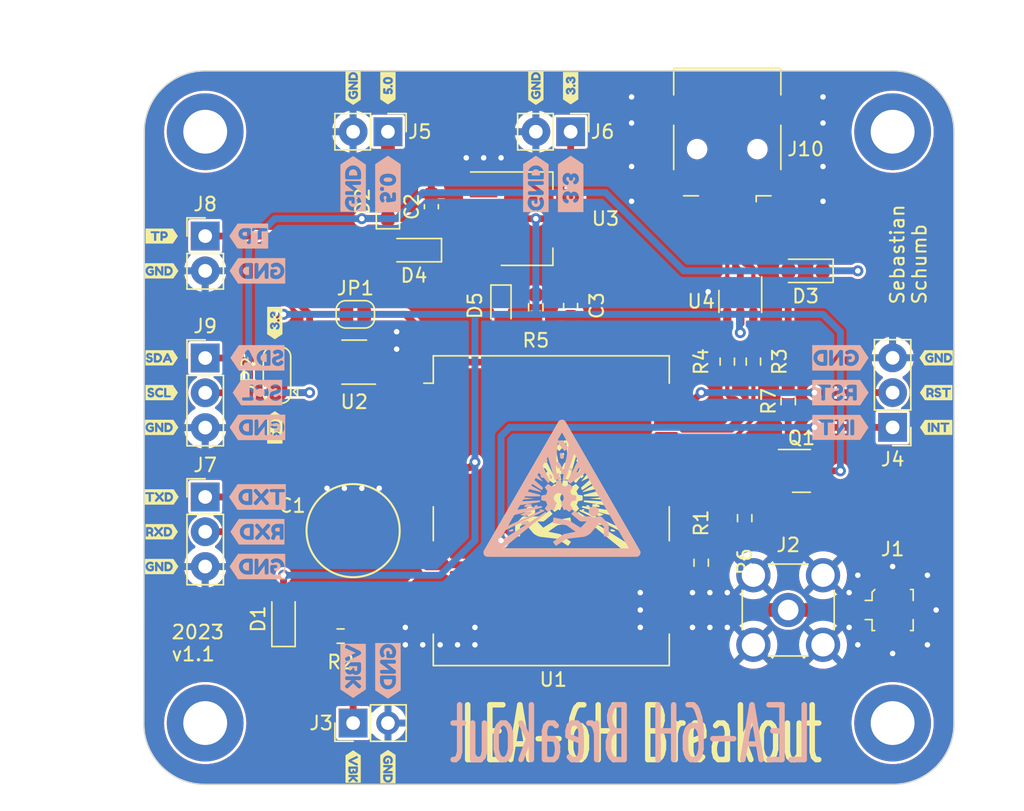
<source format=kicad_pcb>
(kicad_pcb (version 20221018) (generator pcbnew)

  (general
    (thickness 1.6)
  )

  (paper "A4")
  (layers
    (0 "F.Cu" signal)
    (31 "B.Cu" signal)
    (32 "B.Adhes" user "B.Adhesive")
    (33 "F.Adhes" user "F.Adhesive")
    (34 "B.Paste" user)
    (35 "F.Paste" user)
    (36 "B.SilkS" user "B.Silkscreen")
    (37 "F.SilkS" user "F.Silkscreen")
    (38 "B.Mask" user)
    (39 "F.Mask" user)
    (40 "Dwgs.User" user "User.Drawings")
    (41 "Cmts.User" user "User.Comments")
    (42 "Eco1.User" user "User.Eco1")
    (43 "Eco2.User" user "User.Eco2")
    (44 "Edge.Cuts" user)
    (45 "Margin" user)
    (46 "B.CrtYd" user "B.Courtyard")
    (47 "F.CrtYd" user "F.Courtyard")
    (48 "B.Fab" user)
    (49 "F.Fab" user)
    (50 "User.1" user)
    (51 "User.2" user)
    (52 "User.3" user)
    (53 "User.4" user)
    (54 "User.5" user)
    (55 "User.6" user)
    (56 "User.7" user)
    (57 "User.8" user)
    (58 "User.9" user)
  )

  (setup
    (stackup
      (layer "F.SilkS" (type "Top Silk Screen"))
      (layer "F.Paste" (type "Top Solder Paste"))
      (layer "F.Mask" (type "Top Solder Mask") (thickness 0.01))
      (layer "F.Cu" (type "copper") (thickness 0.035))
      (layer "dielectric 1" (type "core") (thickness 1.51) (material "FR4") (epsilon_r 4.5) (loss_tangent 0.02))
      (layer "B.Cu" (type "copper") (thickness 0.035))
      (layer "B.Mask" (type "Bottom Solder Mask") (thickness 0.01))
      (layer "B.Paste" (type "Bottom Solder Paste"))
      (layer "B.SilkS" (type "Bottom Silk Screen"))
      (copper_finish "None")
      (dielectric_constraints no)
    )
    (pad_to_mask_clearance 0)
    (pcbplotparams
      (layerselection 0x00010fc_ffffffff)
      (plot_on_all_layers_selection 0x0000000_00000000)
      (disableapertmacros false)
      (usegerberextensions false)
      (usegerberattributes true)
      (usegerberadvancedattributes true)
      (creategerberjobfile true)
      (dashed_line_dash_ratio 12.000000)
      (dashed_line_gap_ratio 3.000000)
      (svgprecision 4)
      (plotframeref false)
      (viasonmask false)
      (mode 1)
      (useauxorigin false)
      (hpglpennumber 1)
      (hpglpenspeed 20)
      (hpglpendiameter 15.000000)
      (dxfpolygonmode true)
      (dxfimperialunits true)
      (dxfusepcbnewfont true)
      (psnegative false)
      (psa4output false)
      (plotreference true)
      (plotvalue true)
      (plotinvisibletext false)
      (sketchpadsonfab false)
      (subtractmaskfromsilk false)
      (outputformat 1)
      (mirror false)
      (drillshape 0)
      (scaleselection 1)
      (outputdirectory "gerbers/")
    )
  )

  (net 0 "")
  (net 1 "GND")
  (net 2 "+3.3V")
  (net 3 "+5V")
  (net 4 "Net-(D5-A)")
  (net 5 "Net-(J8-Pin_1)")
  (net 6 "Net-(J3-Pin_1)")
  (net 7 "Net-(D1-K)")
  (net 8 "Net-(J9-Pin_1)")
  (net 9 "Net-(J4-Pin_1)")
  (net 10 "Net-(J4-Pin_2)")
  (net 11 "Net-(J9-Pin_2)")
  (net 12 "Net-(J10-D-)")
  (net 13 "Net-(J10-D+)")
  (net 14 "Net-(J7-Pin_1)")
  (net 15 "Net-(J7-Pin_2)")
  (net 16 "VBUS")
  (net 17 "unconnected-(J10-ID-Pad4)")
  (net 18 "Net-(JP1-A)")
  (net 19 "Net-(JP2-C)")
  (net 20 "Net-(Q1-B)")
  (net 21 "VDDUSB")
  (net 22 "Net-(U1-V_ANT)")
  (net 23 "Net-(U1-VCC_RF)")
  (net 24 "USB_DP")
  (net 25 "USB_DM")
  (net 26 "Net-(R3-Pad1)")
  (net 27 "unconnected-(U1-NC-Pad5)")
  (net 28 "unconnected-(U1-VCC_OUT-Pad8)")
  (net 29 "unconnected-(U1-NC-Pad9)")
  (net 30 "unconnected-(U1-Reserved-Pad12)")
  (net 31 "Net-(J1-In)")
  (net 32 "unconnected-(U1-AADET_N-Pad20)")
  (net 33 "unconnected-(U1-Reserved-Pad21)")
  (net 34 "unconnected-(U1-Reserved-Pad22)")
  (net 35 "unconnected-(U1-Reserved-Pad23)")
  (net 36 "unconnected-(U2-NC-Pad1)")
  (net 37 "5V_IN")
  (net 38 "Net-(R4-Pad2)")
  (net 39 "unconnected-(H1-Pad1)")
  (net 40 "unconnected-(H2-Pad1)")
  (net 41 "unconnected-(H3-Pad1)")
  (net 42 "unconnected-(H4-Pad1)")

  (footprint "Connector_PinHeader_2.54mm:PinHeader_1x03_P2.54mm_Vertical" (layer "F.Cu") (at 86.995 115.57))

  (footprint "Connector_PinHeader_2.54mm:PinHeader_1x03_P2.54mm_Vertical" (layer "F.Cu") (at 86.995 105.425))

  (footprint "Jumper:SolderJumper-2_P1.3mm_Open_RoundedPad1.0x1.5mm" (layer "F.Cu") (at 97.95 102.235 180))

  (footprint "Package_TO_SOT_SMD:SOT-23-5_HandSoldering" (layer "F.Cu") (at 97.87 105.725 180))

  (footprint "kibuzzard-646CFA10" (layer "F.Cu") (at 97.79 85.725 90))

  (footprint "RF_GPS:ublox_LEA" (layer "F.Cu") (at 112.25 116.425))

  (footprint "Connector_PinHeader_2.54mm:PinHeader_1x03_P2.54mm_Vertical" (layer "F.Cu") (at 137.16 110.49 180))

  (footprint "kibuzzard-646CFA3A" (layer "F.Cu") (at 140.335 110.49))

  (footprint "Resistor_SMD:R_0603_1608Metric_Pad0.98x0.95mm_HandSolder" (layer "F.Cu") (at 126.365 117.1175 90))

  (footprint "Resistor_SMD:R_0603_1608Metric_Pad0.98x0.95mm_HandSolder" (layer "F.Cu") (at 127 105.6875 90))

  (footprint "Connector_PinHeader_2.54mm:PinHeader_1x02_P2.54mm_Vertical" (layer "F.Cu") (at 113.665 88.9 -90))

  (footprint "Diode_SMD:D_SOD-323_HandSoldering" (layer "F.Cu") (at 92.71 124.48 90))

  (footprint "Resistor_SMD:R_0603_1608Metric_Pad0.98x0.95mm_HandSolder" (layer "F.Cu") (at 123.19 120.3725 -90))

  (footprint "Diode_SMD:D_SOD-323_HandSoldering" (layer "F.Cu") (at 130.81 99.06 180))

  (footprint "kibuzzard-646CF8B3" (layer "F.Cu") (at 100.33 135.255 -90))

  (footprint "Connector_PinHeader_2.54mm:PinHeader_1x02_P2.54mm_Vertical" (layer "F.Cu") (at 86.995 96.52))

  (footprint "MountingHole:MountingHole_3.2mm_M3_DIN965_Pad_TopBottom" (layer "F.Cu") (at 137.16 88.9))

  (footprint "DMS3R3224RF:DMS3R3224RF" (layer "F.Cu") (at 97.79 118.03 180))

  (footprint "kibuzzard-646CF980" (layer "F.Cu") (at 83.82 96.52))

  (footprint "Resistor_SMD:R_0603_1608Metric_Pad0.98x0.95mm_HandSolder" (layer "F.Cu") (at 129.54 108.585 90))

  (footprint "Connector_Coaxial:U.FL_Molex_MCRF_73412-0110_Vertical" (layer "F.Cu") (at 137.16 123.825 -90))

  (footprint "Package_TO_SOT_SMD:SOT-23" (layer "F.Cu") (at 130.5075 113.665))

  (footprint "kibuzzard-646CF8C7" (layer "F.Cu") (at 83.82 99.06))

  (footprint "MountingHole:MountingHole_3.2mm_M3_DIN965_Pad_TopBottom" (layer "F.Cu") (at 86.995 132.08))

  (footprint "kibuzzard-646CFA30" (layer "F.Cu") (at 140.335 107.95))

  (footprint "kibuzzard-646CFDA4" (layer "F.Cu") (at 92.075 110.49 90))

  (footprint "kibuzzard-646CFA76" (layer "F.Cu") (at 100.33 85.725 90))

  (footprint "kibuzzard-646CFA10" (layer "F.Cu") (at 111.125 85.725 90))

  (footprint "Connector_PinHeader_2.54mm:PinHeader_1x02_P2.54mm_Vertical" (layer "F.Cu") (at 97.79 132.08 90))

  (footprint "kibuzzard-646CF9C9" (layer "F.Cu") (at 83.82 107.95))

  (footprint "Connector_Coaxial:SMA_Amphenol_901-144_Vertical" (layer "F.Cu") (at 129.54 123.825))

  (footprint "MountingHole:MountingHole_3.2mm_M3_DIN965_Pad_TopBottom" (layer "F.Cu") (at 86.995 88.9))

  (footprint "Package_TO_SOT_SMD:SOT-23-6" (layer "F.Cu") (at 126.045 101.29 -90))

  (footprint "kibuzzard-646CF903" (layer "F.Cu") (at 83.82 118.11))

  (footprint "kibuzzard-646CF8C7" (layer "F.Cu") (at 83.82 110.49))

  (footprint "Resistor_SMD:R_0603_1608Metric_Pad0.98x0.95mm_HandSolder" (layer "F.Cu") (at 111.12 101.7175 -90))

  (footprint "Package_TO_SOT_SMD:SOT-223-3_TabPin2" (layer "F.Cu") (at 110.46 95.25))

  (footprint "kibuzzard-646CFA10" (layer "F.Cu") (at 140.335 105.41))

  (footprint "Connector_USB:USB_Mini-B_Lumberg_2486_01_Horizontal" (layer "F.Cu") (at 125.095 90.17 180))

  (footprint "MountingHole:MountingHole_3.2mm_M3_DIN965_Pad_TopBottom" (layer "F.Cu") (at 137.16 132.08))

  (footprint "Capacitor_SMD:C_0603_1608Metric_Pad1.08x0.95mm_HandSolder" (layer "F.Cu") (at 113.66 101.5875 -90))

  (footprint "kibuzzard-646CFA68" (layer "F.Cu") (at 92.075 102.87 90))

  (footprint "Diode_SMD:D_SOD-323_HandSoldering" (layer "F.Cu")
    (tstamp d927881c-47f0-4dd8-8cd7-7b60f800b9b8)
    (at 100.33 93.98 90)
    (descr "SOD-323")
    (tags "SOD-323")
    (property "Sheetfile" "ublox-lea-6h-breakout.kicad_sch")
    (property "Sheetname" "")
    (property "ki_description" "Schottky diode")
    (property "ki_keywords" "diode Schottky")
    (path "/e0a56127-b83f-4adc-bb56-e527a2512ddf")
    (attr smd)
    (fp_text reference "D2" (at 0 -1.85 90) (layer "F.SilkS")
        (effects (font (size 1 1) (thickness 0.15)))
      (tstamp d223e67b-d9e7-4def-b56f-f36b40db5444)
    )
    (fp_text value "BAT42W" (at 0 -3.175 270) (layer "F.Fab")
        (effects (font (size 1 1) (thickness 0.15)))
      (tstamp 49380944-421c-40f1-bf09-a55d24cf1685)
    )
    (fp_text user "${REFERENCE}" (at 0 -1.85 90) (layer "F.Fab")
        (effects (font (size 1 1) (thickness 0.15)))
      (tstamp 5751bc2d-c645-4ed7-ba99-8fd37da3ca4f)
    )
    (fp_line (start -2.01 -0.85) (end -2.01 0.85)
      (stroke (width 0.12) (type solid)) (layer "F.SilkS") (tstamp 5611ec75-56bb-4386-ac98-03f574807e3e))
    (fp_line (start -2.01 -0.85) (end 1.25 -0.85)
      (stroke (width 0.12) (type solid)) (layer "F.SilkS") (tstamp 646d810f-372a-424e-b0a2-4dfcf1286f15))
    (fp_line (start -2.01 0.85) (end 1.25 0.85)
      (stroke (width 0.12) (type solid)) (layer "F.SilkS") (tstamp 2b799199-258f-4a33-b112-589e99aa235e))
    (fp_line (start -2 -0.95) (end -2 0.95)
      (stroke (width 0.05) (type solid)) (layer
... [1495347 chars truncated]
</source>
